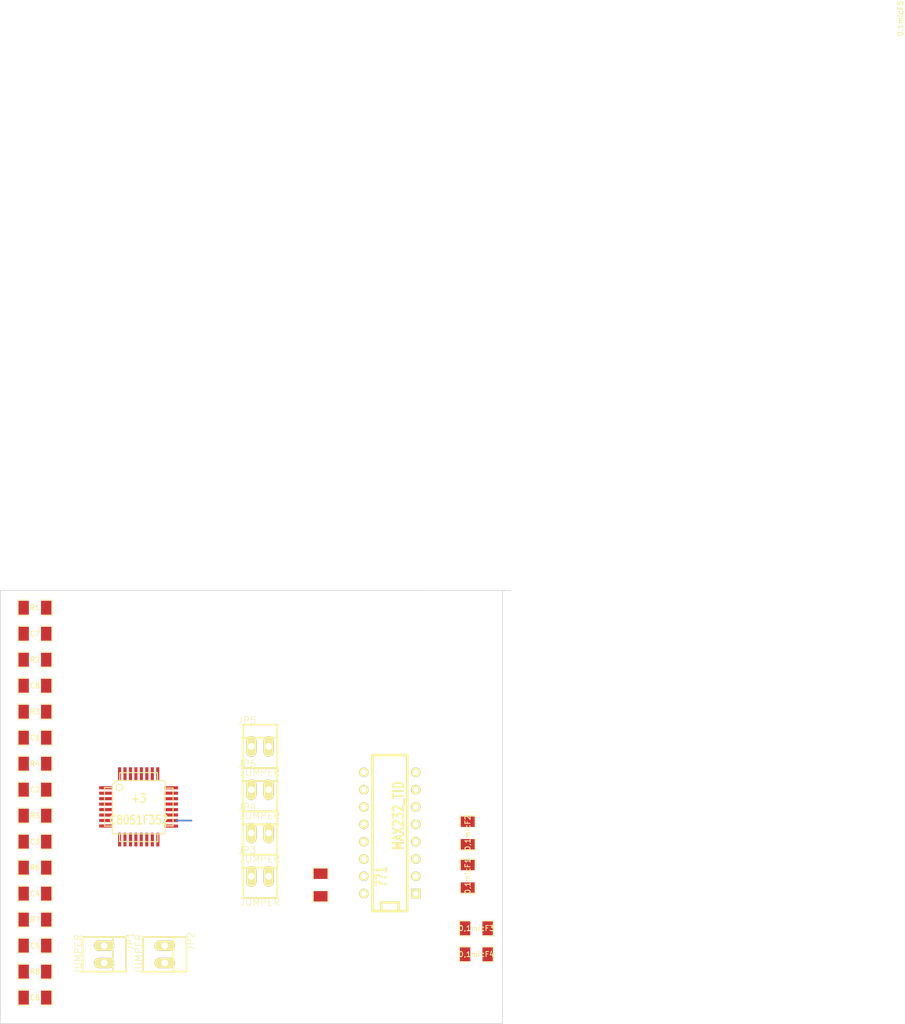
<source format=kicad_pcb>
(kicad_pcb (version 3) (host pcbnew "(2013-07-07 BZR 4022)-stable")

  (general
    (links 38)
    (no_connects 38)
    (area 76.149999 -74.824166 208.9785 76.250001)
    (thickness 1.6)
    (drawings 7)
    (tracks 1)
    (zones 0)
    (modules 29)
    (nets 37)
  )

  (page A3)
  (layers
    (15 F.Cu signal)
    (0 B.Cu signal)
    (16 B.Adhes user)
    (17 F.Adhes user)
    (18 B.Paste user)
    (19 F.Paste user)
    (20 B.SilkS user)
    (21 F.SilkS user)
    (22 B.Mask user)
    (23 F.Mask user)
    (24 Dwgs.User user)
    (25 Cmts.User user)
    (26 Eco1.User user)
    (27 Eco2.User user)
    (28 Edge.Cuts user)
  )

  (setup
    (last_trace_width 0.254)
    (trace_clearance 0.254)
    (zone_clearance 0.508)
    (zone_45_only no)
    (trace_min 0.254)
    (segment_width 0.2)
    (edge_width 0.1)
    (via_size 0.889)
    (via_drill 0.635)
    (via_min_size 0.889)
    (via_min_drill 0.508)
    (uvia_size 0.508)
    (uvia_drill 0.127)
    (uvias_allowed no)
    (uvia_min_size 0.508)
    (uvia_min_drill 0.127)
    (pcb_text_width 0.3)
    (pcb_text_size 1.5 1.5)
    (mod_edge_width 0.15)
    (mod_text_size 1 1)
    (mod_text_width 0.15)
    (pad_size 1.5 1.5)
    (pad_drill 0.6)
    (pad_to_mask_clearance 0)
    (aux_axis_origin 0 0)
    (visible_elements 7FFFFFFF)
    (pcbplotparams
      (layerselection 3178497)
      (usegerberextensions true)
      (excludeedgelayer true)
      (linewidth 0.150000)
      (plotframeref false)
      (viasonmask false)
      (mode 1)
      (useauxorigin false)
      (hpglpennumber 1)
      (hpglpenspeed 20)
      (hpglpendiameter 15)
      (hpglpenoverlay 2)
      (psnegative false)
      (psa4output false)
      (plotreference true)
      (plotvalue true)
      (plotothertext true)
      (plotinvisibletext false)
      (padsonsilk false)
      (subtractmaskfromsilk false)
      (outputformat 1)
      (mirror false)
      (drillshape 1)
      (scaleselection 1)
      (outputdirectory ""))
  )

  (net 0 "")
  (net 1 DGND)
  (net 2 GND)
  (net 3 N-000001)
  (net 4 N-0000014)
  (net 5 N-0000015)
  (net 6 N-0000016)
  (net 7 N-0000017)
  (net 8 N-0000018)
  (net 9 N-0000019)
  (net 10 N-000002)
  (net 11 N-0000020)
  (net 12 N-0000021)
  (net 13 N-0000023)
  (net 14 N-0000025)
  (net 15 N-0000026)
  (net 16 N-0000027)
  (net 17 N-0000028)
  (net 18 N-0000029)
  (net 19 N-000003)
  (net 20 N-0000030)
  (net 21 N-0000033)
  (net 22 N-0000035)
  (net 23 N-0000036)
  (net 24 N-0000039)
  (net 25 N-000004)
  (net 26 N-0000040)
  (net 27 N-0000042)
  (net 28 N-0000044)
  (net 29 N-000005)
  (net 30 N-000006)
  (net 31 N-0000061)
  (net 32 N-0000063)
  (net 33 N-000007)
  (net 34 N-000008)
  (net 35 N-000009)
  (net 36 VDD)

  (net_class Default "This is the default net class."
    (clearance 0.254)
    (trace_width 0.254)
    (via_dia 0.889)
    (via_drill 0.635)
    (uvia_dia 0.508)
    (uvia_drill 0.127)
    (add_net "")
    (add_net DGND)
    (add_net GND)
    (add_net N-000001)
    (add_net N-0000014)
    (add_net N-0000015)
    (add_net N-0000016)
    (add_net N-0000017)
    (add_net N-0000018)
    (add_net N-0000019)
    (add_net N-000002)
    (add_net N-0000020)
    (add_net N-0000021)
    (add_net N-0000023)
    (add_net N-0000025)
    (add_net N-0000026)
    (add_net N-0000027)
    (add_net N-0000028)
    (add_net N-0000029)
    (add_net N-000003)
    (add_net N-0000030)
    (add_net N-0000033)
    (add_net N-0000035)
    (add_net N-0000036)
    (add_net N-0000039)
    (add_net N-000004)
    (add_net N-0000040)
    (add_net N-0000042)
    (add_net N-0000044)
    (add_net N-000005)
    (add_net N-000006)
    (add_net N-0000061)
    (add_net N-0000063)
    (add_net N-000007)
    (add_net N-000008)
    (add_net N-000009)
    (add_net VDD)
  )

  (module TQFP32 (layer F.Cu) (tedit 43A670DA) (tstamp 5527E673)
    (at 96.52 44.45)
    (path /5524216A)
    (fp_text reference +3 (at 0 -1.27) (layer F.SilkS)
      (effects (font (size 1.27 1.016) (thickness 0.2032)))
    )
    (fp_text value C8051F352 (at 0 1.905) (layer F.SilkS)
      (effects (font (size 1.27 1.016) (thickness 0.2032)))
    )
    (fp_line (start 5.0292 2.7686) (end 3.8862 2.7686) (layer F.SilkS) (width 0.1524))
    (fp_line (start 5.0292 -2.7686) (end 3.9116 -2.7686) (layer F.SilkS) (width 0.1524))
    (fp_line (start 5.0292 2.7686) (end 5.0292 -2.7686) (layer F.SilkS) (width 0.1524))
    (fp_line (start 2.794 3.9624) (end 2.794 5.0546) (layer F.SilkS) (width 0.1524))
    (fp_line (start -2.8194 3.9878) (end -2.8194 5.0546) (layer F.SilkS) (width 0.1524))
    (fp_line (start -2.8448 5.0546) (end 2.794 5.08) (layer F.SilkS) (width 0.1524))
    (fp_line (start -2.794 -5.0292) (end 2.7178 -5.0546) (layer F.SilkS) (width 0.1524))
    (fp_line (start -3.8862 -3.2766) (end -3.8862 3.9116) (layer F.SilkS) (width 0.1524))
    (fp_line (start 2.7432 -5.0292) (end 2.7432 -3.9878) (layer F.SilkS) (width 0.1524))
    (fp_line (start -3.2512 -3.8862) (end 3.81 -3.8862) (layer F.SilkS) (width 0.1524))
    (fp_line (start 3.8608 3.937) (end 3.8608 -3.7846) (layer F.SilkS) (width 0.1524))
    (fp_line (start -3.8862 3.937) (end 3.7338 3.937) (layer F.SilkS) (width 0.1524))
    (fp_line (start -5.0292 -2.8448) (end -5.0292 2.794) (layer F.SilkS) (width 0.1524))
    (fp_line (start -5.0292 2.794) (end -3.8862 2.794) (layer F.SilkS) (width 0.1524))
    (fp_line (start -3.87604 -3.302) (end -3.29184 -3.8862) (layer F.SilkS) (width 0.1524))
    (fp_line (start -5.02412 -2.8448) (end -3.87604 -2.8448) (layer F.SilkS) (width 0.1524))
    (fp_line (start -2.794 -3.8862) (end -2.794 -5.03428) (layer F.SilkS) (width 0.1524))
    (fp_circle (center -2.83972 -2.86004) (end -2.43332 -2.60604) (layer F.SilkS) (width 0.1524))
    (pad 8 smd rect (at -4.81584 2.77622) (size 1.99898 0.44958)
      (layers F.Cu F.Paste F.Mask)
      (net 21 N-0000033)
    )
    (pad 7 smd rect (at -4.81584 1.97612) (size 1.99898 0.44958)
      (layers F.Cu F.Paste F.Mask)
      (net 12 N-0000021)
    )
    (pad 6 smd rect (at -4.81584 1.17602) (size 1.99898 0.44958)
      (layers F.Cu F.Paste F.Mask)
      (net 4 N-0000014)
    )
    (pad 5 smd rect (at -4.81584 0.37592) (size 1.99898 0.44958)
      (layers F.Cu F.Paste F.Mask)
      (net 9 N-0000019)
    )
    (pad 4 smd rect (at -4.81584 -0.42418) (size 1.99898 0.44958)
      (layers F.Cu F.Paste F.Mask)
      (net 8 N-0000018)
    )
    (pad 3 smd rect (at -4.81584 -1.22428) (size 1.99898 0.44958)
      (layers F.Cu F.Paste F.Mask)
      (net 7 N-0000017)
    )
    (pad 2 smd rect (at -4.81584 -2.02438) (size 1.99898 0.44958)
      (layers F.Cu F.Paste F.Mask)
      (net 6 N-0000016)
    )
    (pad 1 smd rect (at -4.81584 -2.82448) (size 1.99898 0.44958)
      (layers F.Cu F.Paste F.Mask)
      (net 5 N-0000015)
    )
    (pad 24 smd rect (at 4.7498 -2.8194) (size 1.99898 0.44958)
      (layers F.Cu F.Paste F.Mask)
    )
    (pad 17 smd rect (at 4.7498 2.794) (size 1.99898 0.44958)
      (layers F.Cu F.Paste F.Mask)
      (net 25 N-000004)
    )
    (pad 18 smd rect (at 4.7498 1.9812) (size 1.99898 0.44958)
      (layers F.Cu F.Paste F.Mask)
      (net 19 N-000003)
    )
    (pad 19 smd rect (at 4.7498 1.1684) (size 1.99898 0.44958)
      (layers F.Cu F.Paste F.Mask)
    )
    (pad 20 smd rect (at 4.7498 0.381) (size 1.99898 0.44958)
      (layers F.Cu F.Paste F.Mask)
    )
    (pad 21 smd rect (at 4.7498 -0.4318) (size 1.99898 0.44958)
      (layers F.Cu F.Paste F.Mask)
      (net 36 VDD)
    )
    (pad 22 smd rect (at 4.7498 -1.2192) (size 1.99898 0.44958)
      (layers F.Cu F.Paste F.Mask)
    )
    (pad 23 smd rect (at 4.7498 -2.032) (size 1.99898 0.44958)
      (layers F.Cu F.Paste F.Mask)
    )
    (pad 32 smd rect (at -2.82448 -4.826) (size 0.44958 1.99898)
      (layers F.Cu F.Paste F.Mask)
    )
    (pad 31 smd rect (at -2.02692 -4.826) (size 0.44958 1.99898)
      (layers F.Cu F.Paste F.Mask)
    )
    (pad 30 smd rect (at -1.22428 -4.826) (size 0.44958 1.99898)
      (layers F.Cu F.Paste F.Mask)
    )
    (pad 29 smd rect (at -0.42672 -4.826) (size 0.44958 1.99898)
      (layers F.Cu F.Paste F.Mask)
    )
    (pad 28 smd rect (at 0.37592 -4.826) (size 0.44958 1.99898)
      (layers F.Cu F.Paste F.Mask)
      (net 13 N-0000023)
    )
    (pad 27 smd rect (at 1.17348 -4.826) (size 0.44958 1.99898)
      (layers F.Cu F.Paste F.Mask)
      (net 29 N-000005)
    )
    (pad 26 smd rect (at 1.97612 -4.826) (size 0.44958 1.99898)
      (layers F.Cu F.Paste F.Mask)
    )
    (pad 25 smd rect (at 2.77368 -4.826) (size 0.44958 1.99898)
      (layers F.Cu F.Paste F.Mask)
    )
    (pad 9 smd rect (at -2.8194 4.7752) (size 0.44958 1.99898)
      (layers F.Cu F.Paste F.Mask)
    )
    (pad 10 smd rect (at -2.032 4.7752) (size 0.44958 1.99898)
      (layers F.Cu F.Paste F.Mask)
      (net 36 VDD)
    )
    (pad 11 smd rect (at -1.2192 4.7752) (size 0.44958 1.99898)
      (layers F.Cu F.Paste F.Mask)
      (net 33 N-000007)
    )
    (pad 12 smd rect (at -0.4318 4.7752) (size 0.44958 1.99898)
      (layers F.Cu F.Paste F.Mask)
      (net 30 N-000006)
    )
    (pad 13 smd rect (at 0.3556 4.7752) (size 0.44958 1.99898)
      (layers F.Cu F.Paste F.Mask)
    )
    (pad 14 smd rect (at 1.1684 4.7752) (size 0.44958 1.99898)
      (layers F.Cu F.Paste F.Mask)
    )
    (pad 15 smd rect (at 1.9812 4.7752) (size 0.44958 1.99898)
      (layers F.Cu F.Paste F.Mask)
    )
    (pad 16 smd rect (at 2.794 4.7752) (size 0.44958 1.99898)
      (layers F.Cu F.Paste F.Mask)
    )
    (model smd/tqfp32.wrl
      (at (xyz 0 0 0))
      (scale (xyz 1 1 1))
      (rotate (xyz 0 0 0))
    )
  )

  (module SM1206 (layer F.Cu) (tedit 42806E24) (tstamp 5527E67F)
    (at 81.28 60.96)
    (path /552426BE)
    (attr smd)
    (fp_text reference R7 (at 0 0) (layer F.SilkS)
      (effects (font (size 0.762 0.762) (thickness 0.127)))
    )
    (fp_text value 100ohm (at 0 0) (layer F.SilkS) hide
      (effects (font (size 0.762 0.762) (thickness 0.127)))
    )
    (fp_line (start -2.54 -1.143) (end -2.54 1.143) (layer F.SilkS) (width 0.127))
    (fp_line (start -2.54 1.143) (end -0.889 1.143) (layer F.SilkS) (width 0.127))
    (fp_line (start 0.889 -1.143) (end 2.54 -1.143) (layer F.SilkS) (width 0.127))
    (fp_line (start 2.54 -1.143) (end 2.54 1.143) (layer F.SilkS) (width 0.127))
    (fp_line (start 2.54 1.143) (end 0.889 1.143) (layer F.SilkS) (width 0.127))
    (fp_line (start -0.889 -1.143) (end -2.54 -1.143) (layer F.SilkS) (width 0.127))
    (pad 1 smd rect (at -1.651 0) (size 1.524 2.032)
      (layers F.Cu F.Paste F.Mask)
      (net 31 N-0000061)
    )
    (pad 2 smd rect (at 1.651 0) (size 1.524 2.032)
      (layers F.Cu F.Paste F.Mask)
      (net 12 N-0000021)
    )
    (model smd/chip_cms.wrl
      (at (xyz 0 0 0))
      (scale (xyz 0.17 0.16 0.16))
      (rotate (xyz 0 0 0))
    )
  )

  (module SM1206 (layer F.Cu) (tedit 42806E24) (tstamp 5527EE46)
    (at 144.78 54.61 90)
    (path /5526E163)
    (attr smd)
    (fp_text reference 0,1micF1 (at 0 0 90) (layer F.SilkS)
      (effects (font (size 0.762 0.762) (thickness 0.127)))
    )
    (fp_text value C8 (at 0 0 90) (layer F.SilkS) hide
      (effects (font (size 0.762 0.762) (thickness 0.127)))
    )
    (fp_line (start -2.54 -1.143) (end -2.54 1.143) (layer F.SilkS) (width 0.127))
    (fp_line (start -2.54 1.143) (end -0.889 1.143) (layer F.SilkS) (width 0.127))
    (fp_line (start 0.889 -1.143) (end 2.54 -1.143) (layer F.SilkS) (width 0.127))
    (fp_line (start 2.54 -1.143) (end 2.54 1.143) (layer F.SilkS) (width 0.127))
    (fp_line (start 2.54 1.143) (end 0.889 1.143) (layer F.SilkS) (width 0.127))
    (fp_line (start -0.889 -1.143) (end -2.54 -1.143) (layer F.SilkS) (width 0.127))
    (pad 1 smd rect (at -1.651 0 90) (size 1.524 2.032)
      (layers F.Cu F.Paste F.Mask)
      (net 3 N-000001)
    )
    (pad 2 smd rect (at 1.651 0 90) (size 1.524 2.032)
      (layers F.Cu F.Paste F.Mask)
      (net 10 N-000002)
    )
    (model smd/chip_cms.wrl
      (at (xyz 0 0 0))
      (scale (xyz 0.17 0.16 0.16))
      (rotate (xyz 0 0 0))
    )
  )

  (module SM1206 (layer F.Cu) (tedit 5527E6AE) (tstamp 5527E697)
    (at 123.19 55.88 90)
    (path /5526E07D)
    (attr smd)
    (fp_text reference 0,1micF5 (at 127 85.09 90) (layer F.SilkS)
      (effects (font (size 0.762 0.762) (thickness 0.127)))
    )
    (fp_text value C11 (at 0 0 90) (layer F.SilkS) hide
      (effects (font (size 0.762 0.762) (thickness 0.127)))
    )
    (fp_line (start -2.54 -1.143) (end -2.54 1.143) (layer F.SilkS) (width 0.127))
    (fp_line (start -2.54 1.143) (end -0.889 1.143) (layer F.SilkS) (width 0.127))
    (fp_line (start 0.889 -1.143) (end 2.54 -1.143) (layer F.SilkS) (width 0.127))
    (fp_line (start 2.54 -1.143) (end 2.54 1.143) (layer F.SilkS) (width 0.127))
    (fp_line (start 2.54 1.143) (end 0.889 1.143) (layer F.SilkS) (width 0.127))
    (fp_line (start -0.889 -1.143) (end -2.54 -1.143) (layer F.SilkS) (width 0.127))
    (pad 1 smd rect (at -1.651 0 90) (size 1.524 2.032)
      (layers F.Cu F.Paste F.Mask)
      (net 11 N-0000020)
    )
    (pad 2 smd rect (at 1.651 0 90) (size 1.524 2.032)
      (layers F.Cu F.Paste F.Mask)
      (net 2 GND)
    )
    (model smd/chip_cms.wrl
      (at (xyz 0 0 0))
      (scale (xyz 0.17 0.16 0.16))
      (rotate (xyz 0 0 0))
    )
  )

  (module SM1206 (layer F.Cu) (tedit 42806E24) (tstamp 5527E6A3)
    (at 146.05 62.23)
    (path /5526DE58)
    (attr smd)
    (fp_text reference 0,1micF3 (at 0 0) (layer F.SilkS)
      (effects (font (size 0.762 0.762) (thickness 0.127)))
    )
    (fp_text value C12 (at 0 0) (layer F.SilkS) hide
      (effects (font (size 0.762 0.762) (thickness 0.127)))
    )
    (fp_line (start -2.54 -1.143) (end -2.54 1.143) (layer F.SilkS) (width 0.127))
    (fp_line (start -2.54 1.143) (end -0.889 1.143) (layer F.SilkS) (width 0.127))
    (fp_line (start 0.889 -1.143) (end 2.54 -1.143) (layer F.SilkS) (width 0.127))
    (fp_line (start 2.54 -1.143) (end 2.54 1.143) (layer F.SilkS) (width 0.127))
    (fp_line (start 2.54 1.143) (end 0.889 1.143) (layer F.SilkS) (width 0.127))
    (fp_line (start -0.889 -1.143) (end -2.54 -1.143) (layer F.SilkS) (width 0.127))
    (pad 1 smd rect (at -1.651 0) (size 1.524 2.032)
      (layers F.Cu F.Paste F.Mask)
      (net 18 N-0000029)
    )
    (pad 2 smd rect (at 1.651 0) (size 1.524 2.032)
      (layers F.Cu F.Paste F.Mask)
      (net 2 GND)
    )
    (model smd/chip_cms.wrl
      (at (xyz 0 0 0))
      (scale (xyz 0.17 0.16 0.16))
      (rotate (xyz 0 0 0))
    )
  )

  (module SM1206 (layer F.Cu) (tedit 42806E24) (tstamp 5527E6AF)
    (at 146.05 66.04)
    (path /5526DBBB)
    (attr smd)
    (fp_text reference 0,1micF4 (at 0 0) (layer F.SilkS)
      (effects (font (size 0.762 0.762) (thickness 0.127)))
    )
    (fp_text value C10 (at 0 0) (layer F.SilkS) hide
      (effects (font (size 0.762 0.762) (thickness 0.127)))
    )
    (fp_line (start -2.54 -1.143) (end -2.54 1.143) (layer F.SilkS) (width 0.127))
    (fp_line (start -2.54 1.143) (end -0.889 1.143) (layer F.SilkS) (width 0.127))
    (fp_line (start 0.889 -1.143) (end 2.54 -1.143) (layer F.SilkS) (width 0.127))
    (fp_line (start 2.54 -1.143) (end 2.54 1.143) (layer F.SilkS) (width 0.127))
    (fp_line (start 2.54 1.143) (end 0.889 1.143) (layer F.SilkS) (width 0.127))
    (fp_line (start -0.889 -1.143) (end -2.54 -1.143) (layer F.SilkS) (width 0.127))
    (pad 1 smd rect (at -1.651 0) (size 1.524 2.032)
      (layers F.Cu F.Paste F.Mask)
      (net 20 N-0000030)
    )
    (pad 2 smd rect (at 1.651 0) (size 1.524 2.032)
      (layers F.Cu F.Paste F.Mask)
      (net 2 GND)
    )
    (model smd/chip_cms.wrl
      (at (xyz 0 0 0))
      (scale (xyz 0.17 0.16 0.16))
      (rotate (xyz 0 0 0))
    )
  )

  (module SM1206 (layer F.Cu) (tedit 42806E24) (tstamp 5527E6BB)
    (at 144.78 48.26 90)
    (path /5526D3CB)
    (attr smd)
    (fp_text reference 0,1micF2 (at 0 0 90) (layer F.SilkS)
      (effects (font (size 0.762 0.762) (thickness 0.127)))
    )
    (fp_text value C9 (at 0 0 90) (layer F.SilkS) hide
      (effects (font (size 0.762 0.762) (thickness 0.127)))
    )
    (fp_line (start -2.54 -1.143) (end -2.54 1.143) (layer F.SilkS) (width 0.127))
    (fp_line (start -2.54 1.143) (end -0.889 1.143) (layer F.SilkS) (width 0.127))
    (fp_line (start 0.889 -1.143) (end 2.54 -1.143) (layer F.SilkS) (width 0.127))
    (fp_line (start 2.54 -1.143) (end 2.54 1.143) (layer F.SilkS) (width 0.127))
    (fp_line (start 2.54 1.143) (end 0.889 1.143) (layer F.SilkS) (width 0.127))
    (fp_line (start -0.889 -1.143) (end -2.54 -1.143) (layer F.SilkS) (width 0.127))
    (pad 1 smd rect (at -1.651 0 90) (size 1.524 2.032)
      (layers F.Cu F.Paste F.Mask)
      (net 34 N-000008)
    )
    (pad 2 smd rect (at 1.651 0 90) (size 1.524 2.032)
      (layers F.Cu F.Paste F.Mask)
      (net 35 N-000009)
    )
    (model smd/chip_cms.wrl
      (at (xyz 0 0 0))
      (scale (xyz 0.17 0.16 0.16))
      (rotate (xyz 0 0 0))
    )
  )

  (module SM1206 (layer F.Cu) (tedit 42806E24) (tstamp 5527E6C7)
    (at 81.28 68.58)
    (path /552426D3)
    (attr smd)
    (fp_text reference R8 (at 0 0) (layer F.SilkS)
      (effects (font (size 0.762 0.762) (thickness 0.127)))
    )
    (fp_text value 100ohm (at 0 0) (layer F.SilkS) hide
      (effects (font (size 0.762 0.762) (thickness 0.127)))
    )
    (fp_line (start -2.54 -1.143) (end -2.54 1.143) (layer F.SilkS) (width 0.127))
    (fp_line (start -2.54 1.143) (end -0.889 1.143) (layer F.SilkS) (width 0.127))
    (fp_line (start 0.889 -1.143) (end 2.54 -1.143) (layer F.SilkS) (width 0.127))
    (fp_line (start 2.54 -1.143) (end 2.54 1.143) (layer F.SilkS) (width 0.127))
    (fp_line (start 2.54 1.143) (end 0.889 1.143) (layer F.SilkS) (width 0.127))
    (fp_line (start -0.889 -1.143) (end -2.54 -1.143) (layer F.SilkS) (width 0.127))
    (pad 1 smd rect (at -1.651 0) (size 1.524 2.032)
      (layers F.Cu F.Paste F.Mask)
      (net 32 N-0000063)
    )
    (pad 2 smd rect (at 1.651 0) (size 1.524 2.032)
      (layers F.Cu F.Paste F.Mask)
      (net 21 N-0000033)
    )
    (model smd/chip_cms.wrl
      (at (xyz 0 0 0))
      (scale (xyz 0.17 0.16 0.16))
      (rotate (xyz 0 0 0))
    )
  )

  (module SM1206 (layer F.Cu) (tedit 42806E24) (tstamp 5527E6D3)
    (at 81.28 72.39)
    (path /552426CD)
    (attr smd)
    (fp_text reference C6 (at 0 0) (layer F.SilkS)
      (effects (font (size 0.762 0.762) (thickness 0.127)))
    )
    (fp_text value 0,1micF (at 0 0) (layer F.SilkS) hide
      (effects (font (size 0.762 0.762) (thickness 0.127)))
    )
    (fp_line (start -2.54 -1.143) (end -2.54 1.143) (layer F.SilkS) (width 0.127))
    (fp_line (start -2.54 1.143) (end -0.889 1.143) (layer F.SilkS) (width 0.127))
    (fp_line (start 0.889 -1.143) (end 2.54 -1.143) (layer F.SilkS) (width 0.127))
    (fp_line (start 2.54 -1.143) (end 2.54 1.143) (layer F.SilkS) (width 0.127))
    (fp_line (start 2.54 1.143) (end 0.889 1.143) (layer F.SilkS) (width 0.127))
    (fp_line (start -0.889 -1.143) (end -2.54 -1.143) (layer F.SilkS) (width 0.127))
    (pad 1 smd rect (at -1.651 0) (size 1.524 2.032)
      (layers F.Cu F.Paste F.Mask)
      (net 32 N-0000063)
    )
    (pad 2 smd rect (at 1.651 0) (size 1.524 2.032)
      (layers F.Cu F.Paste F.Mask)
    )
    (model smd/chip_cms.wrl
      (at (xyz 0 0 0))
      (scale (xyz 0.17 0.16 0.16))
      (rotate (xyz 0 0 0))
    )
  )

  (module SM1206 (layer F.Cu) (tedit 42806E24) (tstamp 5527E6DF)
    (at 81.28 64.77)
    (path /552426B8)
    (attr smd)
    (fp_text reference C5 (at 0 0) (layer F.SilkS)
      (effects (font (size 0.762 0.762) (thickness 0.127)))
    )
    (fp_text value 0,1micF (at 0 0) (layer F.SilkS) hide
      (effects (font (size 0.762 0.762) (thickness 0.127)))
    )
    (fp_line (start -2.54 -1.143) (end -2.54 1.143) (layer F.SilkS) (width 0.127))
    (fp_line (start -2.54 1.143) (end -0.889 1.143) (layer F.SilkS) (width 0.127))
    (fp_line (start 0.889 -1.143) (end 2.54 -1.143) (layer F.SilkS) (width 0.127))
    (fp_line (start 2.54 -1.143) (end 2.54 1.143) (layer F.SilkS) (width 0.127))
    (fp_line (start 2.54 1.143) (end 0.889 1.143) (layer F.SilkS) (width 0.127))
    (fp_line (start -0.889 -1.143) (end -2.54 -1.143) (layer F.SilkS) (width 0.127))
    (pad 1 smd rect (at -1.651 0) (size 1.524 2.032)
      (layers F.Cu F.Paste F.Mask)
      (net 31 N-0000061)
    )
    (pad 2 smd rect (at 1.651 0) (size 1.524 2.032)
      (layers F.Cu F.Paste F.Mask)
    )
    (model smd/chip_cms.wrl
      (at (xyz 0 0 0))
      (scale (xyz 0.17 0.16 0.16))
      (rotate (xyz 0 0 0))
    )
  )

  (module SM1206 (layer F.Cu) (tedit 42806E24) (tstamp 5527E6EB)
    (at 81.28 53.34)
    (path /552425CA)
    (attr smd)
    (fp_text reference R6 (at 0 0) (layer F.SilkS)
      (effects (font (size 0.762 0.762) (thickness 0.127)))
    )
    (fp_text value 100ohm (at 0 0) (layer F.SilkS) hide
      (effects (font (size 0.762 0.762) (thickness 0.127)))
    )
    (fp_line (start -2.54 -1.143) (end -2.54 1.143) (layer F.SilkS) (width 0.127))
    (fp_line (start -2.54 1.143) (end -0.889 1.143) (layer F.SilkS) (width 0.127))
    (fp_line (start 0.889 -1.143) (end 2.54 -1.143) (layer F.SilkS) (width 0.127))
    (fp_line (start 2.54 -1.143) (end 2.54 1.143) (layer F.SilkS) (width 0.127))
    (fp_line (start 2.54 1.143) (end 0.889 1.143) (layer F.SilkS) (width 0.127))
    (fp_line (start -0.889 -1.143) (end -2.54 -1.143) (layer F.SilkS) (width 0.127))
    (pad 1 smd rect (at -1.651 0) (size 1.524 2.032)
      (layers F.Cu F.Paste F.Mask)
      (net 28 N-0000044)
    )
    (pad 2 smd rect (at 1.651 0) (size 1.524 2.032)
      (layers F.Cu F.Paste F.Mask)
      (net 4 N-0000014)
    )
    (model smd/chip_cms.wrl
      (at (xyz 0 0 0))
      (scale (xyz 0.17 0.16 0.16))
      (rotate (xyz 0 0 0))
    )
  )

  (module SM1206 (layer F.Cu) (tedit 42806E24) (tstamp 5527E6F7)
    (at 81.28 57.15)
    (path /552425C4)
    (attr smd)
    (fp_text reference C4 (at 0 0) (layer F.SilkS)
      (effects (font (size 0.762 0.762) (thickness 0.127)))
    )
    (fp_text value 0,1micF (at 0 0) (layer F.SilkS) hide
      (effects (font (size 0.762 0.762) (thickness 0.127)))
    )
    (fp_line (start -2.54 -1.143) (end -2.54 1.143) (layer F.SilkS) (width 0.127))
    (fp_line (start -2.54 1.143) (end -0.889 1.143) (layer F.SilkS) (width 0.127))
    (fp_line (start 0.889 -1.143) (end 2.54 -1.143) (layer F.SilkS) (width 0.127))
    (fp_line (start 2.54 -1.143) (end 2.54 1.143) (layer F.SilkS) (width 0.127))
    (fp_line (start 2.54 1.143) (end 0.889 1.143) (layer F.SilkS) (width 0.127))
    (fp_line (start -0.889 -1.143) (end -2.54 -1.143) (layer F.SilkS) (width 0.127))
    (pad 1 smd rect (at -1.651 0) (size 1.524 2.032)
      (layers F.Cu F.Paste F.Mask)
      (net 28 N-0000044)
    )
    (pad 2 smd rect (at 1.651 0) (size 1.524 2.032)
      (layers F.Cu F.Paste F.Mask)
    )
    (model smd/chip_cms.wrl
      (at (xyz 0 0 0))
      (scale (xyz 0.17 0.16 0.16))
      (rotate (xyz 0 0 0))
    )
  )

  (module SM1206 (layer F.Cu) (tedit 42806E24) (tstamp 5527E703)
    (at 81.28 34.29)
    (path /5524235B)
    (attr smd)
    (fp_text reference C1 (at 0 0) (layer F.SilkS)
      (effects (font (size 0.762 0.762) (thickness 0.127)))
    )
    (fp_text value 0,1micF (at 0 0) (layer F.SilkS) hide
      (effects (font (size 0.762 0.762) (thickness 0.127)))
    )
    (fp_line (start -2.54 -1.143) (end -2.54 1.143) (layer F.SilkS) (width 0.127))
    (fp_line (start -2.54 1.143) (end -0.889 1.143) (layer F.SilkS) (width 0.127))
    (fp_line (start 0.889 -1.143) (end 2.54 -1.143) (layer F.SilkS) (width 0.127))
    (fp_line (start 2.54 -1.143) (end 2.54 1.143) (layer F.SilkS) (width 0.127))
    (fp_line (start 2.54 1.143) (end 0.889 1.143) (layer F.SilkS) (width 0.127))
    (fp_line (start -0.889 -1.143) (end -2.54 -1.143) (layer F.SilkS) (width 0.127))
    (pad 1 smd rect (at -1.651 0) (size 1.524 2.032)
      (layers F.Cu F.Paste F.Mask)
      (net 24 N-0000039)
    )
    (pad 2 smd rect (at 1.651 0) (size 1.524 2.032)
      (layers F.Cu F.Paste F.Mask)
    )
    (model smd/chip_cms.wrl
      (at (xyz 0 0 0))
      (scale (xyz 0.17 0.16 0.16))
      (rotate (xyz 0 0 0))
    )
  )

  (module SM1206 (layer F.Cu) (tedit 42806E24) (tstamp 5527E70F)
    (at 81.28 30.48)
    (path /5524249A)
    (attr smd)
    (fp_text reference R3 (at 0 0) (layer F.SilkS)
      (effects (font (size 0.762 0.762) (thickness 0.127)))
    )
    (fp_text value 100ohm (at 0 0) (layer F.SilkS) hide
      (effects (font (size 0.762 0.762) (thickness 0.127)))
    )
    (fp_line (start -2.54 -1.143) (end -2.54 1.143) (layer F.SilkS) (width 0.127))
    (fp_line (start -2.54 1.143) (end -0.889 1.143) (layer F.SilkS) (width 0.127))
    (fp_line (start 0.889 -1.143) (end 2.54 -1.143) (layer F.SilkS) (width 0.127))
    (fp_line (start 2.54 -1.143) (end 2.54 1.143) (layer F.SilkS) (width 0.127))
    (fp_line (start 2.54 1.143) (end 0.889 1.143) (layer F.SilkS) (width 0.127))
    (fp_line (start -0.889 -1.143) (end -2.54 -1.143) (layer F.SilkS) (width 0.127))
    (pad 1 smd rect (at -1.651 0) (size 1.524 2.032)
      (layers F.Cu F.Paste F.Mask)
      (net 24 N-0000039)
    )
    (pad 2 smd rect (at 1.651 0) (size 1.524 2.032)
      (layers F.Cu F.Paste F.Mask)
      (net 7 N-0000017)
    )
    (model smd/chip_cms.wrl
      (at (xyz 0 0 0))
      (scale (xyz 0.17 0.16 0.16))
      (rotate (xyz 0 0 0))
    )
  )

  (module SM1206 (layer F.Cu) (tedit 42806E24) (tstamp 5527E71B)
    (at 81.28 26.67)
    (path /55242560)
    (attr smd)
    (fp_text reference C8 (at 0 0) (layer F.SilkS)
      (effects (font (size 0.762 0.762) (thickness 0.127)))
    )
    (fp_text value 0,1micF (at 0 0) (layer F.SilkS) hide
      (effects (font (size 0.762 0.762) (thickness 0.127)))
    )
    (fp_line (start -2.54 -1.143) (end -2.54 1.143) (layer F.SilkS) (width 0.127))
    (fp_line (start -2.54 1.143) (end -0.889 1.143) (layer F.SilkS) (width 0.127))
    (fp_line (start 0.889 -1.143) (end 2.54 -1.143) (layer F.SilkS) (width 0.127))
    (fp_line (start 2.54 -1.143) (end 2.54 1.143) (layer F.SilkS) (width 0.127))
    (fp_line (start 2.54 1.143) (end 0.889 1.143) (layer F.SilkS) (width 0.127))
    (fp_line (start -0.889 -1.143) (end -2.54 -1.143) (layer F.SilkS) (width 0.127))
    (pad 1 smd rect (at -1.651 0) (size 1.524 2.032)
      (layers F.Cu F.Paste F.Mask)
      (net 22 N-0000035)
    )
    (pad 2 smd rect (at 1.651 0) (size 1.524 2.032)
      (layers F.Cu F.Paste F.Mask)
      (net 1 DGND)
    )
    (model smd/chip_cms.wrl
      (at (xyz 0 0 0))
      (scale (xyz 0.17 0.16 0.16))
      (rotate (xyz 0 0 0))
    )
  )

  (module SM1206 (layer F.Cu) (tedit 42806E24) (tstamp 5527E727)
    (at 81.28 22.86)
    (path /55242566)
    (attr smd)
    (fp_text reference R2 (at 0 0) (layer F.SilkS)
      (effects (font (size 0.762 0.762) (thickness 0.127)))
    )
    (fp_text value 100ohm (at 0 0) (layer F.SilkS) hide
      (effects (font (size 0.762 0.762) (thickness 0.127)))
    )
    (fp_line (start -2.54 -1.143) (end -2.54 1.143) (layer F.SilkS) (width 0.127))
    (fp_line (start -2.54 1.143) (end -0.889 1.143) (layer F.SilkS) (width 0.127))
    (fp_line (start 0.889 -1.143) (end 2.54 -1.143) (layer F.SilkS) (width 0.127))
    (fp_line (start 2.54 -1.143) (end 2.54 1.143) (layer F.SilkS) (width 0.127))
    (fp_line (start 2.54 1.143) (end 0.889 1.143) (layer F.SilkS) (width 0.127))
    (fp_line (start -0.889 -1.143) (end -2.54 -1.143) (layer F.SilkS) (width 0.127))
    (pad 1 smd rect (at -1.651 0) (size 1.524 2.032)
      (layers F.Cu F.Paste F.Mask)
      (net 22 N-0000035)
    )
    (pad 2 smd rect (at 1.651 0) (size 1.524 2.032)
      (layers F.Cu F.Paste F.Mask)
      (net 6 N-0000016)
    )
    (model smd/chip_cms.wrl
      (at (xyz 0 0 0))
      (scale (xyz 0.17 0.16 0.16))
      (rotate (xyz 0 0 0))
    )
  )

  (module SM1206 (layer F.Cu) (tedit 42806E24) (tstamp 5527E9DF)
    (at 81.28 19.05)
    (path /55242576)
    (attr smd)
    (fp_text reference C7 (at 0 0) (layer F.SilkS)
      (effects (font (size 0.762 0.762) (thickness 0.127)))
    )
    (fp_text value 0,1micF (at 0 0) (layer F.SilkS) hide
      (effects (font (size 0.762 0.762) (thickness 0.127)))
    )
    (fp_line (start -2.54 -1.143) (end -2.54 1.143) (layer F.SilkS) (width 0.127))
    (fp_line (start -2.54 1.143) (end -0.889 1.143) (layer F.SilkS) (width 0.127))
    (fp_line (start 0.889 -1.143) (end 2.54 -1.143) (layer F.SilkS) (width 0.127))
    (fp_line (start 2.54 -1.143) (end 2.54 1.143) (layer F.SilkS) (width 0.127))
    (fp_line (start 2.54 1.143) (end 0.889 1.143) (layer F.SilkS) (width 0.127))
    (fp_line (start -0.889 -1.143) (end -2.54 -1.143) (layer F.SilkS) (width 0.127))
    (pad 1 smd rect (at -1.651 0) (size 1.524 2.032)
      (layers F.Cu F.Paste F.Mask)
      (net 23 N-0000036)
    )
    (pad 2 smd rect (at 1.651 0) (size 1.524 2.032)
      (layers F.Cu F.Paste F.Mask)
      (net 1 DGND)
    )
    (model smd/chip_cms.wrl
      (at (xyz 0 0 0))
      (scale (xyz 0.17 0.16 0.16))
      (rotate (xyz 0 0 0))
    )
  )

  (module SM1206 (layer F.Cu) (tedit 42806E24) (tstamp 5527E9D2)
    (at 81.28 15.24)
    (path /5524257C)
    (attr smd)
    (fp_text reference R1 (at 0 0) (layer F.SilkS)
      (effects (font (size 0.762 0.762) (thickness 0.127)))
    )
    (fp_text value 100ohm (at 0 0) (layer F.SilkS) hide
      (effects (font (size 0.762 0.762) (thickness 0.127)))
    )
    (fp_line (start -2.54 -1.143) (end -2.54 1.143) (layer F.SilkS) (width 0.127))
    (fp_line (start -2.54 1.143) (end -0.889 1.143) (layer F.SilkS) (width 0.127))
    (fp_line (start 0.889 -1.143) (end 2.54 -1.143) (layer F.SilkS) (width 0.127))
    (fp_line (start 2.54 -1.143) (end 2.54 1.143) (layer F.SilkS) (width 0.127))
    (fp_line (start 2.54 1.143) (end 0.889 1.143) (layer F.SilkS) (width 0.127))
    (fp_line (start -0.889 -1.143) (end -2.54 -1.143) (layer F.SilkS) (width 0.127))
    (pad 1 smd rect (at -1.651 0) (size 1.524 2.032)
      (layers F.Cu F.Paste F.Mask)
      (net 23 N-0000036)
    )
    (pad 2 smd rect (at 1.651 0) (size 1.524 2.032)
      (layers F.Cu F.Paste F.Mask)
      (net 5 N-0000015)
    )
    (model smd/chip_cms.wrl
      (at (xyz 0 0 0))
      (scale (xyz 0.17 0.16 0.16))
      (rotate (xyz 0 0 0))
    )
  )

  (module SM1206 (layer F.Cu) (tedit 42806E24) (tstamp 5527E74B)
    (at 81.28 41.91)
    (path /5524258C)
    (attr smd)
    (fp_text reference C2 (at 0 0) (layer F.SilkS)
      (effects (font (size 0.762 0.762) (thickness 0.127)))
    )
    (fp_text value 0,1micF (at 0 0) (layer F.SilkS) hide
      (effects (font (size 0.762 0.762) (thickness 0.127)))
    )
    (fp_line (start -2.54 -1.143) (end -2.54 1.143) (layer F.SilkS) (width 0.127))
    (fp_line (start -2.54 1.143) (end -0.889 1.143) (layer F.SilkS) (width 0.127))
    (fp_line (start 0.889 -1.143) (end 2.54 -1.143) (layer F.SilkS) (width 0.127))
    (fp_line (start 2.54 -1.143) (end 2.54 1.143) (layer F.SilkS) (width 0.127))
    (fp_line (start 2.54 1.143) (end 0.889 1.143) (layer F.SilkS) (width 0.127))
    (fp_line (start -0.889 -1.143) (end -2.54 -1.143) (layer F.SilkS) (width 0.127))
    (pad 1 smd rect (at -1.651 0) (size 1.524 2.032)
      (layers F.Cu F.Paste F.Mask)
      (net 26 N-0000040)
    )
    (pad 2 smd rect (at 1.651 0) (size 1.524 2.032)
      (layers F.Cu F.Paste F.Mask)
    )
    (model smd/chip_cms.wrl
      (at (xyz 0 0 0))
      (scale (xyz 0.17 0.16 0.16))
      (rotate (xyz 0 0 0))
    )
  )

  (module SM1206 (layer F.Cu) (tedit 42806E24) (tstamp 5527E757)
    (at 81.28 38.1)
    (path /55242592)
    (attr smd)
    (fp_text reference R4 (at 0 0) (layer F.SilkS)
      (effects (font (size 0.762 0.762) (thickness 0.127)))
    )
    (fp_text value 100ohm (at 0 0) (layer F.SilkS) hide
      (effects (font (size 0.762 0.762) (thickness 0.127)))
    )
    (fp_line (start -2.54 -1.143) (end -2.54 1.143) (layer F.SilkS) (width 0.127))
    (fp_line (start -2.54 1.143) (end -0.889 1.143) (layer F.SilkS) (width 0.127))
    (fp_line (start 0.889 -1.143) (end 2.54 -1.143) (layer F.SilkS) (width 0.127))
    (fp_line (start 2.54 -1.143) (end 2.54 1.143) (layer F.SilkS) (width 0.127))
    (fp_line (start 2.54 1.143) (end 0.889 1.143) (layer F.SilkS) (width 0.127))
    (fp_line (start -0.889 -1.143) (end -2.54 -1.143) (layer F.SilkS) (width 0.127))
    (pad 1 smd rect (at -1.651 0) (size 1.524 2.032)
      (layers F.Cu F.Paste F.Mask)
      (net 26 N-0000040)
    )
    (pad 2 smd rect (at 1.651 0) (size 1.524 2.032)
      (layers F.Cu F.Paste F.Mask)
      (net 8 N-0000018)
    )
    (model smd/chip_cms.wrl
      (at (xyz 0 0 0))
      (scale (xyz 0.17 0.16 0.16))
      (rotate (xyz 0 0 0))
    )
  )

  (module SM1206 (layer F.Cu) (tedit 42806E24) (tstamp 5527E763)
    (at 81.28 49.53)
    (path /552425AE)
    (attr smd)
    (fp_text reference C3 (at 0 0) (layer F.SilkS)
      (effects (font (size 0.762 0.762) (thickness 0.127)))
    )
    (fp_text value 0,1micF (at 0 0) (layer F.SilkS) hide
      (effects (font (size 0.762 0.762) (thickness 0.127)))
    )
    (fp_line (start -2.54 -1.143) (end -2.54 1.143) (layer F.SilkS) (width 0.127))
    (fp_line (start -2.54 1.143) (end -0.889 1.143) (layer F.SilkS) (width 0.127))
    (fp_line (start 0.889 -1.143) (end 2.54 -1.143) (layer F.SilkS) (width 0.127))
    (fp_line (start 2.54 -1.143) (end 2.54 1.143) (layer F.SilkS) (width 0.127))
    (fp_line (start 2.54 1.143) (end 0.889 1.143) (layer F.SilkS) (width 0.127))
    (fp_line (start -0.889 -1.143) (end -2.54 -1.143) (layer F.SilkS) (width 0.127))
    (pad 1 smd rect (at -1.651 0) (size 1.524 2.032)
      (layers F.Cu F.Paste F.Mask)
      (net 27 N-0000042)
    )
    (pad 2 smd rect (at 1.651 0) (size 1.524 2.032)
      (layers F.Cu F.Paste F.Mask)
    )
    (model smd/chip_cms.wrl
      (at (xyz 0 0 0))
      (scale (xyz 0.17 0.16 0.16))
      (rotate (xyz 0 0 0))
    )
  )

  (module SM1206 (layer F.Cu) (tedit 42806E24) (tstamp 5527E76F)
    (at 81.28 45.72)
    (path /552425B4)
    (attr smd)
    (fp_text reference R5 (at 0 0) (layer F.SilkS)
      (effects (font (size 0.762 0.762) (thickness 0.127)))
    )
    (fp_text value 100ohm (at 0 0) (layer F.SilkS) hide
      (effects (font (size 0.762 0.762) (thickness 0.127)))
    )
    (fp_line (start -2.54 -1.143) (end -2.54 1.143) (layer F.SilkS) (width 0.127))
    (fp_line (start -2.54 1.143) (end -0.889 1.143) (layer F.SilkS) (width 0.127))
    (fp_line (start 0.889 -1.143) (end 2.54 -1.143) (layer F.SilkS) (width 0.127))
    (fp_line (start 2.54 -1.143) (end 2.54 1.143) (layer F.SilkS) (width 0.127))
    (fp_line (start 2.54 1.143) (end 0.889 1.143) (layer F.SilkS) (width 0.127))
    (fp_line (start -0.889 -1.143) (end -2.54 -1.143) (layer F.SilkS) (width 0.127))
    (pad 1 smd rect (at -1.651 0) (size 1.524 2.032)
      (layers F.Cu F.Paste F.Mask)
      (net 27 N-0000042)
    )
    (pad 2 smd rect (at 1.651 0) (size 1.524 2.032)
      (layers F.Cu F.Paste F.Mask)
      (net 9 N-0000019)
    )
    (model smd/chip_cms.wrl
      (at (xyz 0 0 0))
      (scale (xyz 0.17 0.16 0.16))
      (rotate (xyz 0 0 0))
    )
  )

  (module PINHEAD1-2 (layer F.Cu) (tedit 4C5EDFB2) (tstamp 5527F1D5)
    (at 91.44 66.04 270)
    (path /5526E376)
    (attr virtual)
    (fp_text reference JP1 (at -1.905 -3.81 270) (layer F.SilkS)
      (effects (font (size 1.016 1.016) (thickness 0.0889)))
    )
    (fp_text value JUMPER (at 0 3.81 270) (layer F.SilkS)
      (effects (font (size 1.016 1.016) (thickness 0.0889)))
    )
    (fp_line (start 2.54 -1.27) (end -2.54 -1.27) (layer F.SilkS) (width 0.254))
    (fp_line (start 2.54 3.175) (end -2.54 3.175) (layer F.SilkS) (width 0.254))
    (fp_line (start -2.54 -3.175) (end 2.54 -3.175) (layer F.SilkS) (width 0.254))
    (fp_line (start -2.54 -3.175) (end -2.54 3.175) (layer F.SilkS) (width 0.254))
    (fp_line (start 2.54 -3.175) (end 2.54 3.175) (layer F.SilkS) (width 0.254))
    (pad 1 thru_hole oval (at -1.27 0 270) (size 1.50622 3.01498) (drill 0.99822)
      (layers *.Cu F.Paste F.SilkS F.Mask)
      (net 33 N-000007)
    )
    (pad 2 thru_hole oval (at 1.27 0 270) (size 1.50622 3.01498) (drill 0.99822)
      (layers *.Cu F.Paste F.SilkS F.Mask)
    )
  )

  (module PINHEAD1-2 (layer F.Cu) (tedit 4C5EDFB2) (tstamp 5527F1F1)
    (at 100.33 66.04 270)
    (path /5526E385)
    (attr virtual)
    (fp_text reference JP2 (at -1.905 -3.81 270) (layer F.SilkS)
      (effects (font (size 1.016 1.016) (thickness 0.0889)))
    )
    (fp_text value JUMPER (at 0 3.81 270) (layer F.SilkS)
      (effects (font (size 1.016 1.016) (thickness 0.0889)))
    )
    (fp_line (start 2.54 -1.27) (end -2.54 -1.27) (layer F.SilkS) (width 0.254))
    (fp_line (start 2.54 3.175) (end -2.54 3.175) (layer F.SilkS) (width 0.254))
    (fp_line (start -2.54 -3.175) (end 2.54 -3.175) (layer F.SilkS) (width 0.254))
    (fp_line (start -2.54 -3.175) (end -2.54 3.175) (layer F.SilkS) (width 0.254))
    (fp_line (start 2.54 -3.175) (end 2.54 3.175) (layer F.SilkS) (width 0.254))
    (pad 1 thru_hole oval (at -1.27 0 270) (size 1.50622 3.01498) (drill 0.99822)
      (layers *.Cu F.Paste F.SilkS F.Mask)
      (net 30 N-000006)
    )
    (pad 2 thru_hole oval (at 1.27 0 270) (size 1.50622 3.01498) (drill 0.99822)
      (layers *.Cu F.Paste F.SilkS F.Mask)
    )
  )

  (module PINHEAD1-2 (layer F.Cu) (tedit 4C5EDFB2) (tstamp 5527E790)
    (at 114.3 54.61)
    (path /5527D125)
    (attr virtual)
    (fp_text reference JP3 (at -1.905 -3.81) (layer F.SilkS)
      (effects (font (size 1.016 1.016) (thickness 0.0889)))
    )
    (fp_text value JUMPER (at 0 3.81) (layer F.SilkS)
      (effects (font (size 1.016 1.016) (thickness 0.0889)))
    )
    (fp_line (start 2.54 -1.27) (end -2.54 -1.27) (layer F.SilkS) (width 0.254))
    (fp_line (start 2.54 3.175) (end -2.54 3.175) (layer F.SilkS) (width 0.254))
    (fp_line (start -2.54 -3.175) (end 2.54 -3.175) (layer F.SilkS) (width 0.254))
    (fp_line (start -2.54 -3.175) (end -2.54 3.175) (layer F.SilkS) (width 0.254))
    (fp_line (start 2.54 -3.175) (end 2.54 3.175) (layer F.SilkS) (width 0.254))
    (pad 1 thru_hole oval (at -1.27 0) (size 1.50622 3.01498) (drill 0.99822)
      (layers *.Cu F.Paste F.SilkS F.Mask)
      (net 25 N-000004)
    )
    (pad 2 thru_hole oval (at 1.27 0) (size 1.50622 3.01498) (drill 0.99822)
      (layers *.Cu F.Paste F.SilkS F.Mask)
      (net 17 N-0000028)
    )
  )

  (module PINHEAD1-2 (layer F.Cu) (tedit 4C5EDFB2) (tstamp 5527E79B)
    (at 114.3 48.26)
    (path /5527D134)
    (attr virtual)
    (fp_text reference JP4 (at -1.905 -3.81) (layer F.SilkS)
      (effects (font (size 1.016 1.016) (thickness 0.0889)))
    )
    (fp_text value JUMPER (at 0 3.81) (layer F.SilkS)
      (effects (font (size 1.016 1.016) (thickness 0.0889)))
    )
    (fp_line (start 2.54 -1.27) (end -2.54 -1.27) (layer F.SilkS) (width 0.254))
    (fp_line (start 2.54 3.175) (end -2.54 3.175) (layer F.SilkS) (width 0.254))
    (fp_line (start -2.54 -3.175) (end 2.54 -3.175) (layer F.SilkS) (width 0.254))
    (fp_line (start -2.54 -3.175) (end -2.54 3.175) (layer F.SilkS) (width 0.254))
    (fp_line (start 2.54 -3.175) (end 2.54 3.175) (layer F.SilkS) (width 0.254))
    (pad 1 thru_hole oval (at -1.27 0) (size 1.50622 3.01498) (drill 0.99822)
      (layers *.Cu F.Paste F.SilkS F.Mask)
      (net 19 N-000003)
    )
    (pad 2 thru_hole oval (at 1.27 0) (size 1.50622 3.01498) (drill 0.99822)
      (layers *.Cu F.Paste F.SilkS F.Mask)
      (net 16 N-0000027)
    )
  )

  (module PINHEAD1-2 (layer F.Cu) (tedit 4C5EDFB2) (tstamp 5527E7A6)
    (at 114.3 35.56)
    (path /5527D143)
    (attr virtual)
    (fp_text reference JP5 (at -1.905 -3.81) (layer F.SilkS)
      (effects (font (size 1.016 1.016) (thickness 0.0889)))
    )
    (fp_text value JUMPER (at 0 3.81) (layer F.SilkS)
      (effects (font (size 1.016 1.016) (thickness 0.0889)))
    )
    (fp_line (start 2.54 -1.27) (end -2.54 -1.27) (layer F.SilkS) (width 0.254))
    (fp_line (start 2.54 3.175) (end -2.54 3.175) (layer F.SilkS) (width 0.254))
    (fp_line (start -2.54 -3.175) (end 2.54 -3.175) (layer F.SilkS) (width 0.254))
    (fp_line (start -2.54 -3.175) (end -2.54 3.175) (layer F.SilkS) (width 0.254))
    (fp_line (start 2.54 -3.175) (end 2.54 3.175) (layer F.SilkS) (width 0.254))
    (pad 1 thru_hole oval (at -1.27 0) (size 1.50622 3.01498) (drill 0.99822)
      (layers *.Cu F.Paste F.SilkS F.Mask)
      (net 13 N-0000023)
    )
    (pad 2 thru_hole oval (at 1.27 0) (size 1.50622 3.01498) (drill 0.99822)
      (layers *.Cu F.Paste F.SilkS F.Mask)
      (net 15 N-0000026)
    )
  )

  (module PINHEAD1-2 (layer F.Cu) (tedit 4C5EDFB2) (tstamp 5527E7B1)
    (at 114.3 41.91)
    (path /5527D152)
    (attr virtual)
    (fp_text reference JP6 (at -1.905 -3.81) (layer F.SilkS)
      (effects (font (size 1.016 1.016) (thickness 0.0889)))
    )
    (fp_text value JUMPER (at 0 3.81) (layer F.SilkS)
      (effects (font (size 1.016 1.016) (thickness 0.0889)))
    )
    (fp_line (start 2.54 -1.27) (end -2.54 -1.27) (layer F.SilkS) (width 0.254))
    (fp_line (start 2.54 3.175) (end -2.54 3.175) (layer F.SilkS) (width 0.254))
    (fp_line (start -2.54 -3.175) (end 2.54 -3.175) (layer F.SilkS) (width 0.254))
    (fp_line (start -2.54 -3.175) (end -2.54 3.175) (layer F.SilkS) (width 0.254))
    (fp_line (start 2.54 -3.175) (end 2.54 3.175) (layer F.SilkS) (width 0.254))
    (pad 1 thru_hole oval (at -1.27 0) (size 1.50622 3.01498) (drill 0.99822)
      (layers *.Cu F.Paste F.SilkS F.Mask)
      (net 29 N-000005)
    )
    (pad 2 thru_hole oval (at 1.27 0) (size 1.50622 3.01498) (drill 0.99822)
      (layers *.Cu F.Paste F.SilkS F.Mask)
      (net 14 N-0000025)
    )
  )

  (module DIP-16__300 (layer F.Cu) (tedit 200000) (tstamp 5527E7CD)
    (at 133.35 48.26 90)
    (descr "16 pins DIL package, round pads")
    (tags DIL)
    (path /5524333D)
    (fp_text reference ??1 (at -6.35 -1.27 90) (layer F.SilkS)
      (effects (font (size 1.524 1.143) (thickness 0.3048)))
    )
    (fp_text value MAX232_TID (at 2.54 1.27 90) (layer F.SilkS)
      (effects (font (size 1.524 1.143) (thickness 0.3048)))
    )
    (fp_line (start -11.43 -1.27) (end -11.43 -1.27) (layer F.SilkS) (width 0.381))
    (fp_line (start -11.43 -1.27) (end -10.16 -1.27) (layer F.SilkS) (width 0.381))
    (fp_line (start -10.16 -1.27) (end -10.16 1.27) (layer F.SilkS) (width 0.381))
    (fp_line (start -10.16 1.27) (end -11.43 1.27) (layer F.SilkS) (width 0.381))
    (fp_line (start -11.43 -2.54) (end 11.43 -2.54) (layer F.SilkS) (width 0.381))
    (fp_line (start 11.43 -2.54) (end 11.43 2.54) (layer F.SilkS) (width 0.381))
    (fp_line (start 11.43 2.54) (end -11.43 2.54) (layer F.SilkS) (width 0.381))
    (fp_line (start -11.43 2.54) (end -11.43 -2.54) (layer F.SilkS) (width 0.381))
    (pad 1 thru_hole rect (at -8.89 3.81 90) (size 1.397 1.397) (drill 0.8128)
      (layers *.Cu *.Mask F.SilkS)
      (net 3 N-000001)
    )
    (pad 2 thru_hole circle (at -6.35 3.81 90) (size 1.397 1.397) (drill 0.8128)
      (layers *.Cu *.Mask F.SilkS)
      (net 20 N-0000030)
    )
    (pad 3 thru_hole circle (at -3.81 3.81 90) (size 1.397 1.397) (drill 0.8128)
      (layers *.Cu *.Mask F.SilkS)
      (net 10 N-000002)
    )
    (pad 4 thru_hole circle (at -1.27 3.81 90) (size 1.397 1.397) (drill 0.8128)
      (layers *.Cu *.Mask F.SilkS)
      (net 34 N-000008)
    )
    (pad 5 thru_hole circle (at 1.27 3.81 90) (size 1.397 1.397) (drill 0.8128)
      (layers *.Cu *.Mask F.SilkS)
      (net 35 N-000009)
    )
    (pad 6 thru_hole circle (at 3.81 3.81 90) (size 1.397 1.397) (drill 0.8128)
      (layers *.Cu *.Mask F.SilkS)
      (net 18 N-0000029)
    )
    (pad 7 thru_hole circle (at 6.35 3.81 90) (size 1.397 1.397) (drill 0.8128)
      (layers *.Cu *.Mask F.SilkS)
    )
    (pad 8 thru_hole circle (at 8.89 3.81 90) (size 1.397 1.397) (drill 0.8128)
      (layers *.Cu *.Mask F.SilkS)
    )
    (pad 9 thru_hole circle (at 8.89 -3.81 90) (size 1.397 1.397) (drill 0.8128)
      (layers *.Cu *.Mask F.SilkS)
      (net 14 N-0000025)
    )
    (pad 10 thru_hole circle (at 6.35 -3.81 90) (size 1.397 1.397) (drill 0.8128)
      (layers *.Cu *.Mask F.SilkS)
      (net 15 N-0000026)
    )
    (pad 11 thru_hole circle (at 3.81 -3.81 90) (size 1.397 1.397) (drill 0.8128)
      (layers *.Cu *.Mask F.SilkS)
      (net 17 N-0000028)
    )
    (pad 12 thru_hole circle (at 1.27 -3.81 90) (size 1.397 1.397) (drill 0.8128)
      (layers *.Cu *.Mask F.SilkS)
      (net 16 N-0000027)
    )
    (pad 13 thru_hole circle (at -1.27 -3.81 90) (size 1.397 1.397) (drill 0.8128)
      (layers *.Cu *.Mask F.SilkS)
    )
    (pad 14 thru_hole circle (at -3.81 -3.81 90) (size 1.397 1.397) (drill 0.8128)
      (layers *.Cu *.Mask F.SilkS)
    )
    (pad 15 thru_hole circle (at -6.35 -3.81 90) (size 1.397 1.397) (drill 0.8128)
      (layers *.Cu *.Mask F.SilkS)
      (net 2 GND)
    )
    (pad 16 thru_hole circle (at -8.89 -3.81 90) (size 1.397 1.397) (drill 0.8128)
      (layers *.Cu *.Mask F.SilkS)
      (net 11 N-0000020)
    )
    (model dil/dil_16.wrl
      (at (xyz 0 0 0))
      (scale (xyz 1 1 1))
      (rotate (xyz 0 0 0))
    )
  )

  (gr_line (start 76.2 76.2) (end 76.2 73.66) (angle 90) (layer Edge.Cuts) (width 0.1))
  (gr_line (start 149.86 76.2) (end 76.2 76.2) (angle 90) (layer Edge.Cuts) (width 0.1))
  (gr_line (start 149.86 73.66) (end 149.86 76.2) (angle 90) (layer Edge.Cuts) (width 0.1))
  (gr_line (start 149.86 12.7) (end 149.86 74.93) (angle 90) (layer Edge.Cuts) (width 0.1))
  (gr_line (start 139.7 12.7) (end 151.13 12.7) (angle 90) (layer Edge.Cuts) (width 0.1))
  (gr_line (start 76.2 12.7) (end 139.7 12.7) (angle 90) (layer Edge.Cuts) (width 0.1))
  (gr_line (start 76.2 74.93) (end 76.2 12.7) (angle 90) (layer Edge.Cuts) (width 0.1))

  (segment (start 102.0572 46.4312) (end 104.2416 46.4312) (width 0.254) (layer B.Cu) (net 0))

)

</source>
